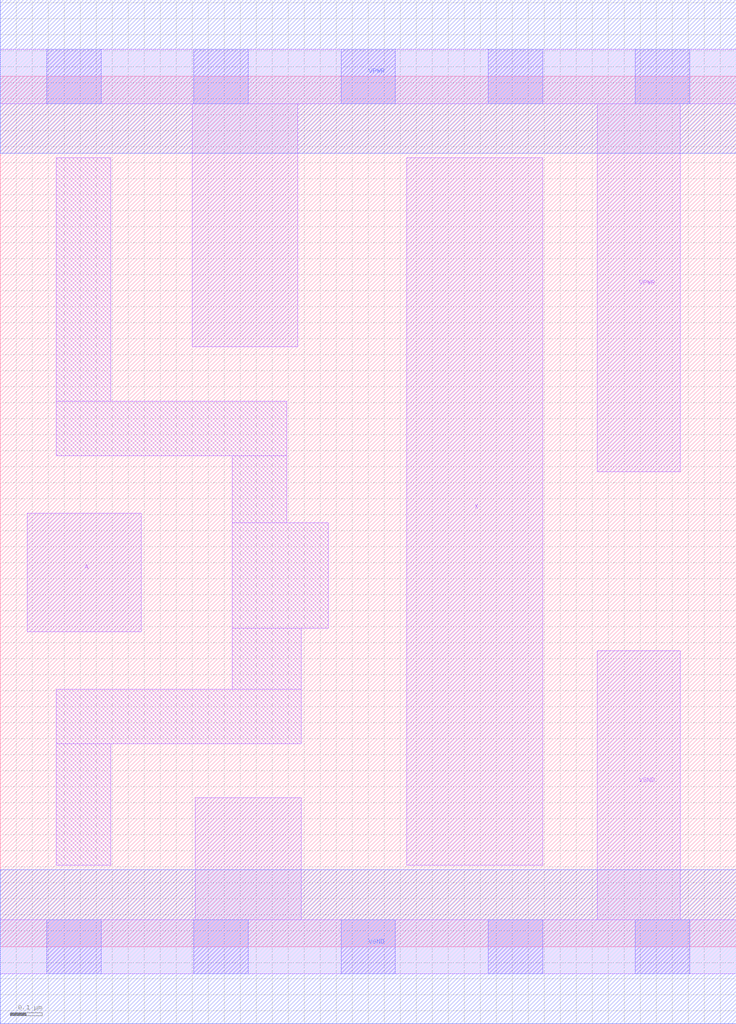
<source format=lef>
# Copyright 2020 The SkyWater PDK Authors
#
# Licensed under the Apache License, Version 2.0 (the "License");
# you may not use this file except in compliance with the License.
# You may obtain a copy of the License at
#
#     https://www.apache.org/licenses/LICENSE-2.0
#
# Unless required by applicable law or agreed to in writing, software
# distributed under the License is distributed on an "AS IS" BASIS,
# WITHOUT WARRANTIES OR CONDITIONS OF ANY KIND, either express or implied.
# See the License for the specific language governing permissions and
# limitations under the License.
#
# SPDX-License-Identifier: Apache-2.0

VERSION 5.7 ;
BUSBITCHARS "[]" ;
DIVIDERCHAR "/" ;
PROPERTYDEFINITIONS
  MACRO maskLayoutSubType STRING ;
  MACRO prCellType STRING ;
  MACRO originalViewName STRING ;
END PROPERTYDEFINITIONS
MACRO sky130_fd_sc_hdll__buf_2
  ORIGIN  0.000000  0.000000 ;
  CLASS CORE ;
  SYMMETRY X Y R90 ;
  SIZE  2.300000 BY  2.720000 ;
  SITE unithd ;
  PIN A
    ANTENNAGATEAREA  0.178200 ;
    DIRECTION INPUT ;
    USE SIGNAL ;
    PORT
      LAYER li1 ;
        RECT 0.085000 0.985000 0.440000 1.355000 ;
    END
  END A
  PIN X
    ANTENNADIFFAREA  0.703800 ;
    DIRECTION OUTPUT ;
    USE SIGNAL ;
    PORT
      LAYER li1 ;
        RECT 1.270000 0.255000 1.695000 2.465000 ;
    END
  END X
  PIN VGND
    DIRECTION INOUT ;
    USE GROUND ;
    PORT
      LAYER li1 ;
        RECT 0.000000 -0.085000 2.300000 0.085000 ;
        RECT 0.610000  0.085000 0.940000 0.465000 ;
        RECT 1.865000  0.085000 2.125000 0.925000 ;
      LAYER met1 ;
        RECT 0.000000 -0.240000 2.300000 0.240000 ;
    END
  END VGND
  PIN VPWR
    DIRECTION INOUT ;
    USE POWER ;
    PORT
      LAYER li1 ;
        RECT 0.000000 2.635000 2.300000 2.805000 ;
        RECT 0.600000 1.875000 0.930000 2.635000 ;
        RECT 1.865000 1.485000 2.125000 2.635000 ;
      LAYER met1 ;
        RECT 0.000000 2.480000 2.300000 2.960000 ;
    END
  END VPWR
  OBS
    LAYER li1 ;
      RECT 0.175000 0.255000 0.345000 0.635000 ;
      RECT 0.175000 0.635000 0.940000 0.805000 ;
      RECT 0.175000 1.535000 0.895000 1.705000 ;
      RECT 0.175000 1.705000 0.345000 2.465000 ;
      RECT 0.725000 0.805000 0.940000 0.995000 ;
      RECT 0.725000 0.995000 1.025000 1.325000 ;
      RECT 0.725000 1.325000 0.895000 1.535000 ;
    LAYER mcon ;
      RECT 0.145000 -0.085000 0.315000 0.085000 ;
      RECT 0.145000  2.635000 0.315000 2.805000 ;
      RECT 0.605000 -0.085000 0.775000 0.085000 ;
      RECT 0.605000  2.635000 0.775000 2.805000 ;
      RECT 1.065000 -0.085000 1.235000 0.085000 ;
      RECT 1.065000  2.635000 1.235000 2.805000 ;
      RECT 1.525000 -0.085000 1.695000 0.085000 ;
      RECT 1.525000  2.635000 1.695000 2.805000 ;
      RECT 1.985000 -0.085000 2.155000 0.085000 ;
      RECT 1.985000  2.635000 2.155000 2.805000 ;
  END
  PROPERTY maskLayoutSubType "abstract" ;
  PROPERTY prCellType "standard" ;
  PROPERTY originalViewName "layout" ;
END sky130_fd_sc_hdll__buf_2

</source>
